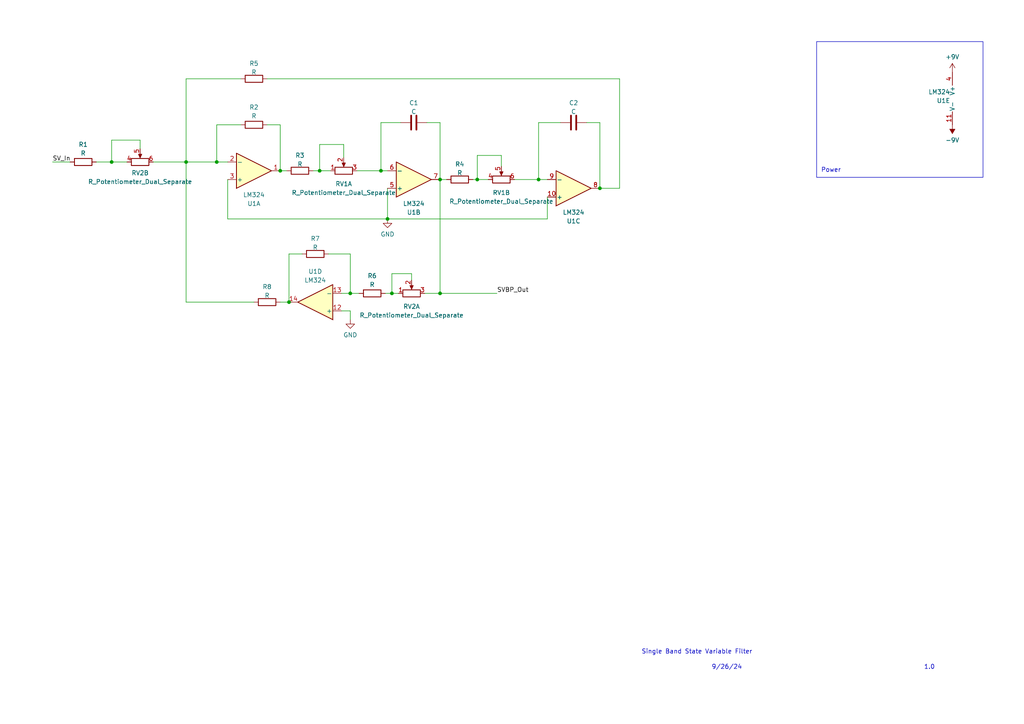
<source format=kicad_sch>
(kicad_sch (version 20230121) (generator eeschema)
  (paper "A4")
  (lib_symbols
    (symbol "Amplifier_Operational:LM324" (pin_names (offset 0.127))
      (property "Reference" "U" (at 0 5.08 0))
      (property "Value" "LM324" (at 0 -5.08 0))
      (symbol "LM324_1_1"
        (polyline (pts (xy -5.08 5.08) (xy 5.08 0) (xy -5.08 -5.08) (xy -5.08 5.08)) (stroke (width 0.254)) (fill (type background)))
        (pin output line (at 7.62 0 180) (length 2.54) (name "~") (number "1"))
        (pin input line (at -7.62 -2.54 0) (length 2.54) (name "-") (number "2"))
        (pin input line (at -7.62 2.54 0) (length 2.54) (name "+") (number "3"))
      )
      (symbol "LM324_2_1"
        (polyline (pts (xy -5.08 5.08) (xy 5.08 0) (xy -5.08 -5.08) (xy -5.08 5.08)) (stroke (width 0.254)) (fill (type background)))
        (pin input line (at -7.62 2.54 0) (length 2.54) (name "+") (number "5"))
        (pin input line (at -7.62 -2.54 0) (length 2.54) (name "-") (number "6"))
        (pin output line (at 7.62 0 180) (length 2.54) (name "~") (number "7"))
      )
      (symbol "LM324_3_1"
        (polyline (pts (xy -5.08 5.08) (xy 5.08 0) (xy -5.08 -5.08) (xy -5.08 5.08)) (stroke (width 0.254)) (fill (type background)))
        (pin input line (at -7.62 2.54 0) (length 2.54) (name "+") (number "10"))
        (pin output line (at 7.62 0 180) (length 2.54) (name "~") (number "8"))
        (pin input line (at -7.62 -2.54 0) (length 2.54) (name "-") (number "9"))
      )
      (symbol "LM324_4_1"
        (polyline (pts (xy -5.08 5.08) (xy 5.08 0) (xy -5.08 -5.08) (xy -5.08 5.08)) (stroke (width 0.254)) (fill (type background)))
        (pin input line (at -7.62 2.54 0) (length 2.54) (name "+") (number "12"))
        (pin input line (at -7.62 -2.54 0) (length 2.54) (name "-") (number "13"))
        (pin output line (at 7.62 0 180) (length 2.54) (name "~") (number "14"))
      )
      (symbol "LM324_5_1"
        (pin power_in line (at -2.54 -7.62 90) (length 3.81) (name "V-") (number "11"))
        (pin power_in line (at -2.54 7.62 270) (length 3.81) (name "V+") (number "4"))
      )
    )
    (symbol "Device:C" (pin_numbers hide) (pin_names (offset 0.254))
      (property "Reference" "C" (at 0.635 2.54 0))
      (property "Value" "C" (at 0.635 -2.54 0))
      (symbol "C_0_1"
        (polyline (pts (xy -2.032 -0.762) (xy 2.032 -0.762)) (stroke (width 0.508)))
        (polyline (pts (xy -2.032 0.762) (xy 2.032 0.762)) (stroke (width 0.508)))
      )
      (symbol "C_1_1"
        (pin passive line (at 0 3.81 270) (length 2.794) (name "~") (number "1"))
        (pin passive line (at 0 -3.81 90) (length 2.794) (name "~") (number "2"))
      )
    )
    (symbol "Device:R" (pin_numbers hide) (pin_names (offset 0))
      (property "Reference" "R" (at 2.032 0 90))
      (property "Value" "R" (at 0 0 90))
      (symbol "R_0_1"
        (rectangle (start -1.016 -2.54) (end 1.016 2.54) (stroke (width 0.254)))
      )
      (symbol "R_1_1"
        (pin passive line (at 0 3.81 270) (length 1.27) (name "~") (number "1"))
        (pin passive line (at 0 -3.81 90) (length 1.27) (name "~") (number "2"))
      )
    )
    (symbol "Device:R_Potentiometer_Dual_Separate" (pin_names (offset 1.016) hide)
      (property "Reference" "RV" (at -4.445 0 90))
      (property "Value" "R_Potentiometer_Dual_Separate" (at -2.54 0 90))
      (symbol "R_Potentiometer_Dual_Separate_0_1"
        (polyline (pts (xy 2.54 0) (xy 1.524 0)))
        (polyline (pts (xy 1.143 0) (xy 2.286 0.508) (xy 2.286 -0.508) (xy 1.143 0)) (fill (type outline)))
        (rectangle (start 1.016 2.54) (end -1.016 -2.54) (stroke (width 0.254)))
      )
      (symbol "R_Potentiometer_Dual_Separate_1_1"
        (pin passive line (at 0 3.81 270) (length 1.27) (name "1") (number "1"))
        (pin passive line (at 3.81 0 180) (length 1.27) (name "2") (number "2"))
        (pin passive line (at 0 -3.81 90) (length 1.27) (name "3") (number "3"))
      )
      (symbol "R_Potentiometer_Dual_Separate_2_1"
        (pin passive line (at 0 3.81 270) (length 1.27) (name "4") (number "4"))
        (pin passive line (at 3.81 0 180) (length 1.27) (name "5") (number "5"))
        (pin passive line (at 0 -3.81 90) (length 1.27) (name "6") (number "6"))
      )
    )
    (symbol "power:+9V" (power) (pin_names (offset 0))
      (property "Value" "+9V" (at 0 3.556 0))
      (symbol "+9V_0_1"
        (polyline (pts (xy -0.762 1.27) (xy 0 2.54)))
        (polyline (pts (xy 0 0) (xy 0 2.54)))
        (polyline (pts (xy 0 2.54) (xy 0.762 1.27)))
      )
      (symbol "+9V_1_1"
        (pin power_in line (at 0 0 90) (length 0) hide (name "+9V") (number "1"))
      )
    )
    (symbol "power:-9V" (power) (pin_names (offset 0))
      (property "Value" "-9V" (at 0 3.81 0))
      (symbol "-9V_0_1"
        (polyline (pts (xy 0 0) (xy 0 2.54)))
        (polyline (pts (xy 0.762 1.27) (xy -0.762 1.27) (xy 0 2.54) (xy 0.762 1.27)) (fill (type outline)))
      )
      (symbol "-9V_1_1"
        (pin power_in line (at 0 0 90) (length 0) hide (name "-9V") (number "1"))
      )
    )
    (symbol "power:GND" (power) (pin_names (offset 0))
      (property "Value" "GND" (at 0 -3.81 0))
      (symbol "GND_0_1"
        (polyline (pts (xy 0 0) (xy 0 -1.27) (xy 1.27 -1.27) (xy 0 -2.54) (xy -1.27 -1.27) (xy 0 -1.27)))
      )
      (symbol "GND_1_1"
        (pin power_in line (at 0 0 270) (length 0) hide (name "GND") (number "1"))
      )
    )
  )
  (junction (at 53.975 46.99))
  (junction (at 173.99 54.61))
  (junction (at 113.665 85.09))
  (junction (at 127.635 85.09))
  (junction (at 127.635 52.07))
  (junction (at 138.43 52.07))
  (junction (at 156.21 52.07))
  (junction (at 81.28 49.53))
  (junction (at 110.49 49.53))
  (junction (at 92.71 49.53))
  (junction (at 32.385 46.99))
  (junction (at 83.82 87.63))
  (junction (at 101.6 85.09))
  (junction (at 62.865 46.99))
  (junction (at 112.395 63.5))
  (wire (pts (xy 66.04 63.5) (xy 112.395 63.5)))
  (wire (pts (xy 99.06 90.17) (xy 101.6 90.17)))
  (wire (pts (xy 66.04 52.07) (xy 66.04 63.5)))
  (wire (pts (xy 77.47 22.86) (xy 179.705 22.86)))
  (wire (pts (xy 138.43 45.085) (xy 145.415 45.085)))
  (wire (pts (xy 99.695 41.91) (xy 92.71 41.91)))
  (wire (pts (xy 101.6 73.66) (xy 95.25 73.66)))
  (wire (pts (xy 53.975 46.99) (xy 62.865 46.99)))
  (wire (pts (xy 110.49 49.53) (xy 112.395 49.53)))
  (wire (pts (xy 40.64 43.18) (xy 40.64 40.64)))
  (wire (pts (xy 83.185 49.53) (xy 81.28 49.53)))
  (wire (pts (xy 127.635 52.07) (xy 127.635 85.09)))
  (wire (pts (xy 101.6 85.09) (xy 101.6 73.66)))
  (wire (pts (xy 173.99 35.56) (xy 173.99 54.61)))
  (wire (pts (xy 90.805 49.53) (xy 92.71 49.53)))
  (wire (pts (xy 27.94 46.99) (xy 32.385 46.99)))
  (wire (pts (xy 113.665 79.375) (xy 113.665 85.09)))
  (wire (pts (xy 92.71 49.53) (xy 95.885 49.53)))
  (wire (pts (xy 170.18 35.56) (xy 173.99 35.56)))
  (wire (pts (xy 87.63 73.66) (xy 83.82 73.66)))
  (wire (pts (xy 62.865 36.195) (xy 69.85 36.195)))
  (wire (pts (xy 69.85 22.86) (xy 53.975 22.86)))
  (wire (pts (xy 40.64 40.64) (xy 32.385 40.64)))
  (wire (pts (xy 101.6 90.17) (xy 101.6 92.71)))
  (wire (pts (xy 123.19 85.09) (xy 127.635 85.09)))
  (wire (pts (xy 112.395 63.5) (xy 158.75 63.5)))
  (wire (pts (xy 129.54 52.07) (xy 127.635 52.07)))
  (wire (pts (xy 111.76 85.09) (xy 113.665 85.09)))
  (wire (pts (xy 119.38 79.375) (xy 113.665 79.375)))
  (wire (pts (xy 92.71 41.91) (xy 92.71 49.53)))
  (wire (pts (xy 156.21 52.07) (xy 156.21 35.56)))
  (wire (pts (xy 32.385 40.64) (xy 32.385 46.99)))
  (wire (pts (xy 127.635 35.56) (xy 127.635 52.07)))
  (wire (pts (xy 32.385 46.99) (xy 36.83 46.99)))
  (wire (pts (xy 103.505 49.53) (xy 110.49 49.53)))
  (wire (pts (xy 81.28 36.195) (xy 81.28 49.53)))
  (wire (pts (xy 62.865 46.99) (xy 62.865 36.195)))
  (wire (pts (xy 119.38 81.28) (xy 119.38 79.375)))
  (wire (pts (xy 156.21 52.07) (xy 158.75 52.07)))
  (wire (pts (xy 77.47 36.195) (xy 81.28 36.195)))
  (wire (pts (xy 53.975 22.86) (xy 53.975 46.99)))
  (wire (pts (xy 110.49 35.56) (xy 116.205 35.56)))
  (wire (pts (xy 149.225 52.07) (xy 156.21 52.07)))
  (wire (pts (xy 173.99 54.61) (xy 179.705 54.61)))
  (wire (pts (xy 123.825 35.56) (xy 127.635 35.56)))
  (wire (pts (xy 99.695 45.72) (xy 99.695 41.91)))
  (wire (pts (xy 112.395 54.61) (xy 112.395 63.5)))
  (wire (pts (xy 156.21 35.56) (xy 162.56 35.56)))
  (wire (pts (xy 158.75 63.5) (xy 158.75 57.15)))
  (wire (pts (xy 99.06 85.09) (xy 101.6 85.09)))
  (wire (pts (xy 138.43 52.07) (xy 138.43 45.085)))
  (wire (pts (xy 113.665 85.09) (xy 115.57 85.09)))
  (wire (pts (xy 81.28 87.63) (xy 83.82 87.63)))
  (wire (pts (xy 15.24 46.99) (xy 20.32 46.99)))
  (wire (pts (xy 83.82 73.66) (xy 83.82 87.63)))
  (wire (pts (xy 73.66 87.63) (xy 53.975 87.63)))
  (wire (pts (xy 101.6 85.09) (xy 104.14 85.09)))
  (wire (pts (xy 138.43 52.07) (xy 141.605 52.07)))
  (wire (pts (xy 179.705 54.61) (xy 179.705 22.86)))
  (wire (pts (xy 127.635 85.09) (xy 144.145 85.09)))
  (wire (pts (xy 62.865 46.99) (xy 66.04 46.99)))
  (wire (pts (xy 44.45 46.99) (xy 53.975 46.99)))
  (wire (pts (xy 53.975 87.63) (xy 53.975 46.99)))
  (wire (pts (xy 137.16 52.07) (xy 138.43 52.07)))
  (wire (pts (xy 110.49 35.56) (xy 110.49 49.53)))
  (wire (pts (xy 145.415 45.085) (xy 145.415 48.26)))
  (rectangle (start 236.855 12.065) (end 285.115 51.435))
  (text "Single Band State Variable Filter\n" (at 186.055 189.865 0) (effects (font (size 1.27 1.27)) (justify left bottom)))
  (text "1.0\n" (at 267.97 194.31 0) (effects (font (size 1.27 1.27)) (justify left bottom)))
  (text "9/26/24" (at 206.375 194.31 0) (effects (font (size 1.27 1.27)) (justify left bottom)))
  (text "Power" (at 238.125 50.165 0) (effects (font (size 1.27 1.27)) (justify left bottom)))
  (label "SV_In" (at 15.24 46.99 0))
  (label "SVBP_Out" (at 144.145 85.09 0))
  (symbol (lib_id "Device:R_Potentiometer_Dual_Separate") (at 99.695 49.53 90) (unit 1)
    (property "Reference" "RV1" (at 99.695 53.34 90))
    (property "Value" "R_Potentiometer_Dual_Separate" (at 99.695 55.88 90))
  )
  (symbol (lib_id "power:GND") (at 112.395 63.5 0) (unit 1)
    (property "Reference" "#PWR03" (effects hide))
    (property "Value" "GND" (at 112.395 67.945 0))
  )
  (symbol (lib_id "Device:R_Potentiometer_Dual_Separate") (at 40.64 46.99 90) (unit 2)
    (property "Reference" "RV2" (at 40.64 50.165 90))
    (property "Value" "R_Potentiometer_Dual_Separate" (at 40.64 52.705 90))
  )
  (symbol (lib_id "Device:C") (at 166.37 35.56 90) (unit 1)
    (property "Reference" "C2" (at 166.37 29.845 90))
    (property "Value" "C" (at 166.37 32.385 90))
  )
  (symbol (lib_id "Device:R") (at 77.47 87.63 90) (unit 1)
    (property "Reference" "R8" (at 77.47 83.185 90))
    (property "Value" "R" (at 77.47 85.725 90))
  )
  (symbol (lib_id "Device:R") (at 73.66 36.195 90) (unit 1)
    (property "Reference" "R2" (at 73.66 31.115 90))
    (property "Value" "R" (at 73.66 33.655 90))
  )
  (symbol (lib_id "Device:R_Potentiometer_Dual_Separate") (at 119.38 85.09 90) (unit 1)
    (property "Reference" "RV2" (at 119.38 88.9 90))
    (property "Value" "R_Potentiometer_Dual_Separate" (at 119.38 91.44 90))
  )
  (symbol (lib_id "Device:C") (at 120.015 35.56 270) (unit 1)
    (property "Reference" "C1" (at 120.015 29.845 90))
    (property "Value" "C" (at 120.015 32.385 90))
  )
  (symbol (lib_id "Amplifier_Operational:LM324") (at 278.765 28.575 0) (unit 5)
    (property "Reference" "U1" (at 275.59 29.21 0) (effects (justify right)))
    (property "Value" "LM324" (at 275.59 26.67 0) (effects (justify right)))
    (property "Datasheet" "http://www.ti.com/lit/ds/symlink/lm2902-n.pdf" (effects hide))
  )
  (symbol (lib_id "Device:R") (at 91.44 73.66 90) (unit 1)
    (property "Reference" "R7" (at 91.44 69.215 90))
    (property "Value" "R" (at 91.44 71.755 90))
  )
  (symbol (lib_id "Device:R_Potentiometer_Dual_Separate") (at 145.415 52.07 90) (unit 2)
    (property "Reference" "RV1" (at 145.415 55.88 90))
    (property "Value" "R_Potentiometer_Dual_Separate" (at 145.415 58.42 90))
  )
  (symbol (lib_id "Amplifier_Operational:LM324") (at 91.44 87.63 180) (unit 4)
    (property "Reference" "U1" (at 91.44 78.74 0))
    (property "Value" "LM324" (at 91.44 81.28 0))
    (property "Datasheet" "http://www.ti.com/lit/ds/symlink/lm2902-n.pdf" (effects hide))
  )
  (symbol (lib_id "Amplifier_Operational:LM324") (at 166.37 54.61 0) (mirror x) (unit 3)
    (property "Reference" "U1" (at 166.37 64.135 0))
    (property "Value" "LM324" (at 166.37 61.595 0))
    (property "Datasheet" "http://www.ti.com/lit/ds/symlink/lm2902-n.pdf" (effects hide))
  )
  (symbol (lib_id "power:GND") (at 101.6 92.71 0) (unit 1)
    (property "Reference" "#PWR04" (effects hide))
    (property "Value" "GND" (at 101.6 97.155 0))
  )
  (symbol (lib_id "Device:R") (at 133.35 52.07 90) (unit 1)
    (property "Reference" "R4" (at 133.35 47.625 90))
    (property "Value" "R" (at 133.35 50.165 90))
  )
  (symbol (lib_id "Device:R") (at 86.995 49.53 90) (unit 1)
    (property "Reference" "R3" (at 86.995 45.085 90))
    (property "Value" "R" (at 86.995 47.625 90))
  )
  (symbol (lib_id "power:+9V") (at 276.225 20.955 0) (unit 1)
    (property "Reference" "#PWR02" (effects hide))
    (property "Value" "+9V" (at 276.225 16.51 0))
  )
  (symbol (lib_id "Device:R") (at 73.66 22.86 90) (unit 1)
    (property "Reference" "R5" (at 73.66 18.415 90))
    (property "Value" "R" (at 73.66 20.955 90))
  )
  (symbol (lib_id "power:-9V") (at 276.225 36.195 180) (unit 1)
    (property "Reference" "#PWR01" (effects hide))
    (property "Value" "-9V" (at 276.225 40.64 0))
  )
  (symbol (lib_id "Device:R") (at 107.95 85.09 90) (unit 1)
    (property "Reference" "R6" (at 107.95 80.01 90))
    (property "Value" "R" (at 107.95 82.55 90))
  )
  (symbol (lib_id "Amplifier_Operational:LM324") (at 73.66 49.53 0) (mirror x) (unit 1)
    (property "Reference" "U1" (at 73.66 59.055 0))
    (property "Value" "LM324" (at 73.66 56.515 0))
    (property "Datasheet" "http://www.ti.com/lit/ds/symlink/lm2902-n.pdf" (effects hide))
  )
  (symbol (lib_id "Device:R") (at 24.13 46.99 90) (unit 1)
    (property "Reference" "R1" (at 24.13 41.91 90))
    (property "Value" "R" (at 24.13 44.45 90))
  )
  (symbol (lib_id "Amplifier_Operational:LM324") (at 120.015 52.07 0) (mirror x) (unit 2)
    (property "Reference" "U1" (at 120.015 61.595 0))
    (property "Value" "LM324" (at 120.015 59.055 0))
    (property "Datasheet" "http://www.ti.com/lit/ds/symlink/lm2902-n.pdf" (effects hide))
  )
)
</source>
